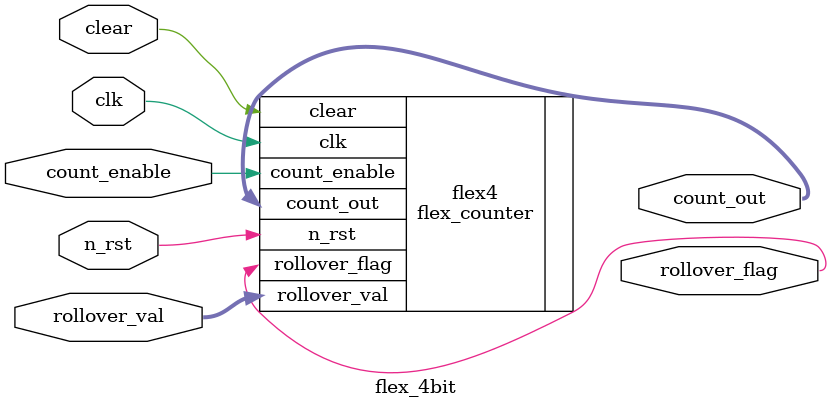
<source format=sv>
module flex_4bit(
	input wire clk, n_rst, clear, count_enable,
	input wire [3:0] rollover_val,
	output reg [3:0] count_out,
	output reg rollover_flag
);

flex_counter #(4) flex4 (.clk(clk), .n_rst(n_rst), .clear(clear), .count_enable(count_enable ),.rollover_val(rollover_val),.count_out(count_out), .rollover_flag(rollover_flag) );

endmodule 
</source>
